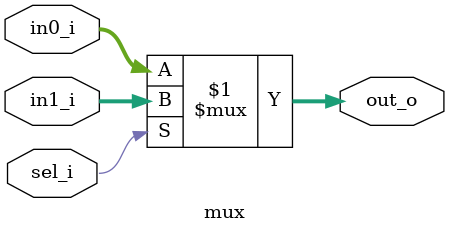
<source format=sv>
module mux #(
    DATA_WIDTH = 32
) (
    input   logic [DATA_WIDTH-1:0]  in0_i,
    input   logic [DATA_WIDTH-1:0]  in1_i,
    input   logic                   sel_i,
    output  logic [DATA_WIDTH-1:0]  out_o
);
    assign out_o = sel_i ? in1_i : in0_i;

endmodule

</source>
